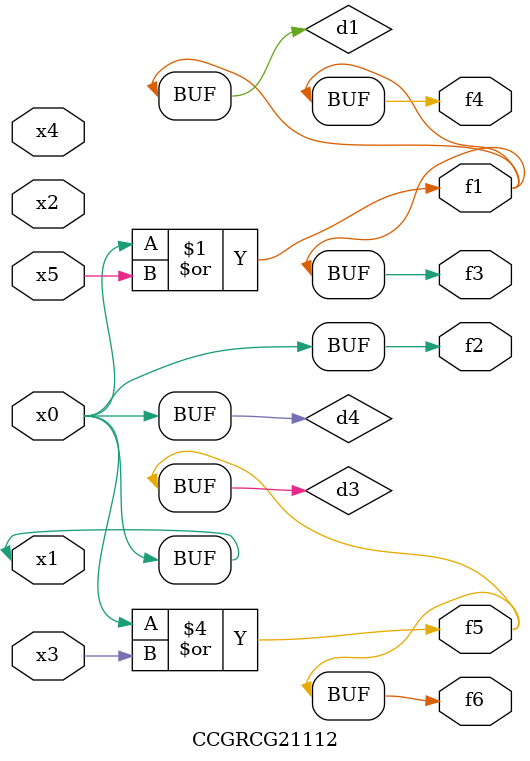
<source format=v>
module CCGRCG21112(
	input x0, x1, x2, x3, x4, x5,
	output f1, f2, f3, f4, f5, f6
);

	wire d1, d2, d3, d4;

	or (d1, x0, x5);
	xnor (d2, x1, x4);
	or (d3, x0, x3);
	buf (d4, x0, x1);
	assign f1 = d1;
	assign f2 = d4;
	assign f3 = d1;
	assign f4 = d1;
	assign f5 = d3;
	assign f6 = d3;
endmodule

</source>
